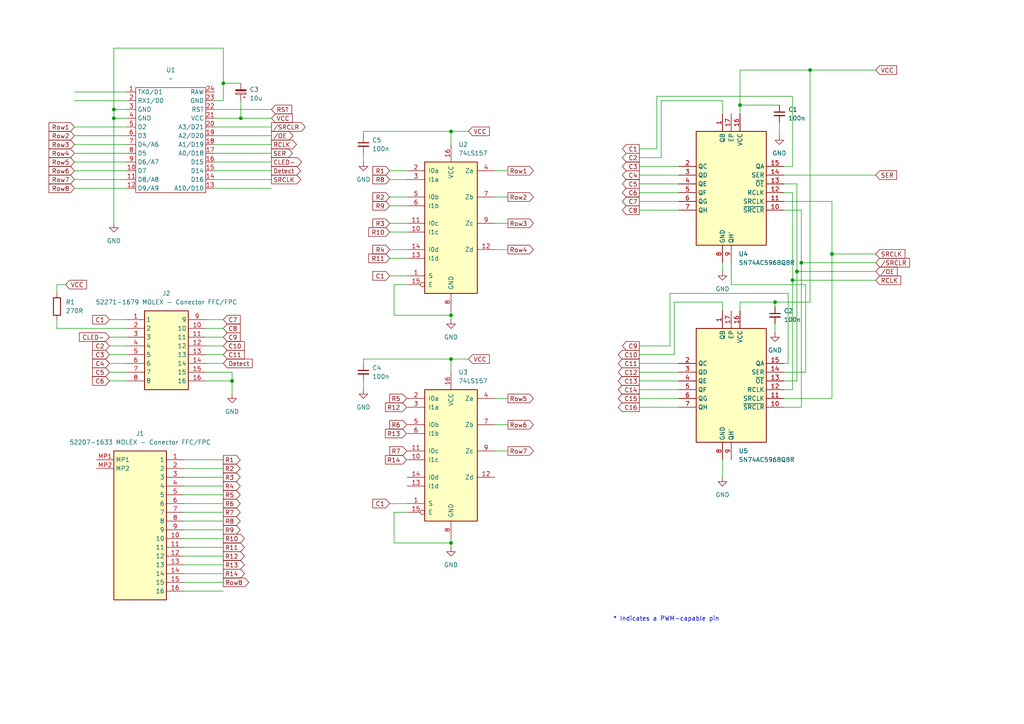
<source format=kicad_sch>
(kicad_sch (version 20250114) (generator "eeschema") (generator_version "9.0")
  (paper "A4")
  (title_block (date "mar. 31 mars 2015"))
  (lib_symbols
    (symbol "1_my_components:52207-1633 MOLEX - Conector FFC/FPC"
      (property "Reference" "J" (at 21.59 7.62 0))
      (property "Value" "52207-1633 MOLEX - Conector FFC/FPC" (at 21.59 5.08 0))
      (symbol "52207-1633 MOLEX - Conector FFC/FPC_1_1"
        (rectangle (start 5.08 2.54) (end 20.32 -40.64) (stroke (width 0.254)) (fill (type background)))
        (pin passive line (at 0 0 0) (length 5.08) (name "MP1") (number "MP1"))
        (pin passive line (at 0 -2.54 0) (length 5.08) (name "MP2") (number "MP2"))
        (pin passive line (at 25.4 0 180) (length 5.08) (name "1") (number "1"))
        (pin passive line (at 25.4 -2.54 180) (length 5.08) (name "2") (number "2"))
        (pin passive line (at 25.4 -5.08 180) (length 5.08) (name "3") (number "3"))
        (pin passive line (at 25.4 -7.62 180) (length 5.08) (name "4") (number "4"))
        (pin passive line (at 25.4 -10.16 180) (length 5.08) (name "5") (number "5"))
        (pin passive line (at 25.4 -12.7 180) (length 5.08) (name "6") (number "6"))
        (pin passive line (at 25.4 -15.24 180) (length 5.08) (name "7") (number "7"))
        (pin passive line (at 25.4 -17.78 180) (length 5.08) (name "8") (number "8"))
        (pin passive line (at 25.4 -20.32 180) (length 5.08) (name "9") (number "9"))
        (pin passive line (at 25.4 -22.86 180) (length 5.08) (name "10") (number "10"))
        (pin passive line (at 25.4 -25.4 180) (length 5.08) (name "11") (number "11"))
        (pin passive line (at 25.4 -27.94 180) (length 5.08) (name "12") (number "12"))
        (pin passive line (at 25.4 -30.48 180) (length 5.08) (name "13") (number "13"))
        (pin passive line (at 25.4 -33.02 180) (length 5.08) (name "14") (number "14"))
        (pin passive line (at 25.4 -35.56 180) (length 5.08) (name "15") (number "15"))
        (pin passive line (at 25.4 -38.1 180) (length 5.08) (name "16") (number "16"))
      )
    )
    (symbol "1_my_components:52271-1679 MOLEX - Conector FFC/FPC"
      (property "Reference" "J" (at 19.05 7.62 0))
      (property "Value" "52271-1679 MOLEX - Conector FFC/FPC" (at 19.05 5.08 0))
      (symbol "52271-1679 MOLEX - Conector FFC/FPC_1_1"
        (rectangle (start 5.08 2.54) (end 17.78 -20.32) (stroke (width 0.254)) (fill (type background)))
        (pin passive line (at 0 0 0) (length 5.08) (name "1") (number "1"))
        (pin passive line (at 0 -2.54 0) (length 5.08) (name "2") (number "2"))
        (pin passive line (at 0 -5.08 0) (length 5.08) (name "3") (number "3"))
        (pin passive line (at 0 -7.62 0) (length 5.08) (name "4") (number "4"))
        (pin passive line (at 0 -10.16 0) (length 5.08) (name "5") (number "5"))
        (pin passive line (at 0 -12.7 0) (length 5.08) (name "6") (number "6"))
        (pin passive line (at 0 -15.24 0) (length 5.08) (name "7") (number "7"))
        (pin passive line (at 0 -17.78 0) (length 5.08) (name "8") (number "8"))
        (pin passive line (at 22.86 0 180) (length 5.08) (name "9") (number "9"))
        (pin passive line (at 22.86 -2.54 180) (length 5.08) (name "10") (number "10"))
        (pin passive line (at 22.86 -5.08 180) (length 5.08) (name "11") (number "11"))
        (pin passive line (at 22.86 -7.62 180) (length 5.08) (name "12") (number "12"))
        (pin passive line (at 22.86 -10.16 180) (length 5.08) (name "13") (number "13"))
        (pin passive line (at 22.86 -12.7 180) (length 5.08) (name "14") (number "14"))
        (pin passive line (at 22.86 -15.24 180) (length 5.08) (name "15") (number "15"))
        (pin passive line (at 22.86 -17.78 180) (length 5.08) (name "16") (number "16"))
      )
    )
    (symbol "1_my_components:Pro_Micro_Leonardo"
      (property "Reference" "U" (at 3.81 8.382 0))
      (symbol "Pro_Micro_Leonardo_0_1"
        (rectangle (start 0 5.08) (end 20.32 -25.4))
      )
      (symbol "Pro_Micro_Leonardo_1_1"
        (pin bidirectional line (at -2.54 3.81 0) (length 2.54) (name "TX0/D1") (number "1"))
        (pin bidirectional line (at -2.54 1.27 0) (length 2.54) (name "RX1/D0") (number "2"))
        (pin power_in line (at -2.54 -1.27 0) (length 2.54) (name "GND") (number "3"))
        (pin power_in line (at -2.54 -3.81 0) (length 2.54) (name "GND") (number "4"))
        (pin bidirectional line (at -2.54 -6.35 0) (length 2.54) (name "D2") (number "5"))
        (pin bidirectional line (at -2.54 -8.89 0) (length 2.54) (name "D3") (number "6"))
        (pin bidirectional line (at -2.54 -11.43 0) (length 2.54) (name "D4/A6") (number "7"))
        (pin bidirectional line (at -2.54 -13.97 0) (length 2.54) (name "D5") (number "8"))
        (pin bidirectional line (at -2.54 -16.51 0) (length 2.54) (name "D6/A7") (number "9"))
        (pin bidirectional line (at -2.54 -19.05 0) (length 2.54) (name "D7") (number "10"))
        (pin bidirectional line (at -2.54 -21.59 0) (length 2.54) (name "D8/A8") (number "11"))
        (pin bidirectional line (at -2.54 -24.13 0) (length 2.54) (name "D9/A9") (number "12"))
        (pin bidirectional line (at 22.86 3.81 180) (length 2.54) (name "RAW") (number "24"))
        (pin power_in line (at 22.86 1.27 180) (length 2.54) (name "GND") (number "23"))
        (pin input line (at 22.86 -1.27 180) (length 2.54) (name "RST") (number "22"))
        (pin power_in line (at 22.86 -3.81 180) (length 2.54) (name "VCC") (number "21"))
        (pin bidirectional line (at 22.86 -6.35 180) (length 2.54) (name "A3/D21") (number "20"))
        (pin bidirectional line (at 22.86 -8.89 180) (length 2.54) (name "A2/D20") (number "19"))
        (pin bidirectional line (at 22.86 -11.43 180) (length 2.54) (name "A1/D19") (number "18"))
        (pin bidirectional line (at 22.86 -13.97 180) (length 2.54) (name "A0/D18") (number "17"))
        (pin bidirectional line (at 22.86 -16.51 180) (length 2.54) (name "D15") (number "16"))
        (pin bidirectional line (at 22.86 -19.05 180) (length 2.54) (name "D14") (number "15"))
        (pin bidirectional line (at 22.86 -21.59 180) (length 2.54) (name "D16") (number "14"))
        (pin bidirectional line (at 22.86 -24.13 180) (length 2.54) (name "A10/D10") (number "13"))
      )
    )
    (symbol "1_my_components:SN74AC596BQBR"
      (property "Reference" "IC" (at 26.67 15.24 0))
      (property "Value" "SN74AC596BQBR" (at 26.67 12.7 0))
      (symbol "SN74AC596BQBR_1_1"
        (rectangle (start 5.08 10.16) (end 25.4 -22.86) (stroke (width 0.254)) (fill (type background)))
        (pin passive line (at 0 0 0) (length 5.08) (name "QC") (number "2"))
        (pin passive line (at 0 -2.54 0) (length 5.08) (name "QD") (number "3"))
        (pin passive line (at 0 -5.08 0) (length 5.08) (name "QE") (number "4"))
        (pin passive line (at 0 -7.62 0) (length 5.08) (name "QF") (number "5"))
        (pin passive line (at 0 -10.16 0) (length 5.08) (name "QG") (number "6"))
        (pin passive line (at 0 -12.7 0) (length 5.08) (name "QH") (number "7"))
        (pin passive line (at 12.7 15.24 270) (length 5.08) (name "QB") (number "1"))
        (pin passive line (at 12.7 -27.94 90) (length 5.08) (name "GND") (number "8"))
        (pin passive line (at 15.24 15.24 270) (length 5.08) (name "EP") (number "17"))
        (pin passive line (at 15.24 -27.94 90) (length 5.08) (name "QH'") (number "9"))
        (pin passive line (at 17.78 15.24 270) (length 5.08) (name "VCC") (number "16"))
        (pin passive line (at 30.48 0 180) (length 5.08) (name "QA") (number "15"))
        (pin passive line (at 30.48 -2.54 180) (length 5.08) (name "SER") (number "14"))
        (pin passive line (at 30.48 -5.08 180) (length 5.08) (name "~{OE}") (number "13"))
        (pin passive line (at 30.48 -7.62 180) (length 5.08) (name "RCLK") (number "12"))
        (pin passive line (at 30.48 -10.16 180) (length 5.08) (name "SRCLK") (number "11"))
        (pin passive line (at 30.48 -12.7 180) (length 5.08) (name "~{SRCLR}") (number "10"))
      )
    )
    (symbol "74xx:74LS157" (pin_names (offset 1.016))
      (property "Reference" "U" (at -7.62 19.05 0))
      (property "Value" "74LS157" (at -7.62 -21.59 0))
      (symbol "74LS157_1_0"
        (pin input line (at -12.7 15.24 0) (length 5.08) (name "I0a") (number "2"))
        (pin input line (at -12.7 12.7 0) (length 5.08) (name "I1a") (number "3"))
        (pin input line (at -12.7 7.62 0) (length 5.08) (name "I0b") (number "5"))
        (pin input line (at -12.7 5.08 0) (length 5.08) (name "I1b") (number "6"))
        (pin input line (at -12.7 0 0) (length 5.08) (name "I0c") (number "11"))
        (pin input line (at -12.7 -2.54 0) (length 5.08) (name "I1c") (number "10"))
        (pin input line (at -12.7 -7.62 0) (length 5.08) (name "I0d") (number "14"))
        (pin input line (at -12.7 -10.16 0) (length 5.08) (name "I1d") (number "13"))
        (pin input line (at -12.7 -15.24 0) (length 5.08) (name "S") (number "1"))
        (pin input inverted (at -12.7 -17.78 0) (length 5.08) (name "E") (number "15"))
        (pin power_in line (at 0 22.86 270) (length 5.08) (name "VCC") (number "16"))
        (pin power_in line (at 0 -25.4 90) (length 5.08) (name "GND") (number "8"))
        (pin output line (at 12.7 15.24 180) (length 5.08) (name "Za") (number "4"))
        (pin output line (at 12.7 7.62 180) (length 5.08) (name "Zb") (number "7"))
        (pin output line (at 12.7 0 180) (length 5.08) (name "Zc") (number "9"))
        (pin output line (at 12.7 -7.62 180) (length 5.08) (name "Zd") (number "12"))
      )
      (symbol "74LS157_1_1"
        (rectangle (start -7.62 17.78) (end 7.62 -20.32) (stroke (width 0.254)) (fill (type background)))
      )
    )
    (symbol "Device:C_Polarized_Small" (pin_numbers (hide yes)) (pin_names (offset 0.254) (hide yes))
      (property "Reference" "C" (at 0.254 1.778 0))
      (property "Value" "C_Polarized_Small" (at 0.254 -2.032 0))
      (symbol "C_Polarized_Small_0_1"
        (rectangle (start -1.524 0.6858) (end 1.524 0.3048))
        (rectangle (start -1.524 -0.3048) (end 1.524 -0.6858) (fill (type outline)))
        (polyline (pts (xy -1.27 1.524) (xy -0.762 1.524)))
        (polyline (pts (xy -1.016 1.27) (xy -1.016 1.778)))
      )
      (symbol "C_Polarized_Small_1_1"
        (pin passive line (at 0 2.54 270) (length 1.8542) (name "~") (number "1"))
        (pin passive line (at 0 -2.54 90) (length 1.8542) (name "~") (number "2"))
      )
    )
    (symbol "Device:C_Small" (pin_numbers (hide yes)) (pin_names (offset 0.254) (hide yes))
      (property "Reference" "C" (at 0.254 1.778 0))
      (property "Value" "C_Small" (at 0.254 -2.032 0))
      (symbol "C_Small_0_1"
        (polyline (pts (xy -1.524 0.508) (xy 1.524 0.508)) (stroke (width 0.3048)))
        (polyline (pts (xy -1.524 -0.508) (xy 1.524 -0.508)) (stroke (width 0.3302)))
      )
      (symbol "C_Small_1_1"
        (pin passive line (at 0 2.54 270) (length 2.032) (name "~") (number "1"))
        (pin passive line (at 0 -2.54 90) (length 2.032) (name "~") (number "2"))
      )
    )
    (symbol "Device:R" (pin_numbers (hide yes)) (pin_names (offset 0))
      (property "Reference" "R" (at 2.032 0 90))
      (property "Value" "R" (at 0 0 90))
      (symbol "R_0_1"
        (rectangle (start -1.016 -2.54) (end 1.016 2.54) (stroke (width 0.254)))
      )
      (symbol "R_1_1"
        (pin passive line (at 0 3.81 270) (length 1.27) (name "~") (number "1"))
        (pin passive line (at 0 -3.81 90) (length 1.27) (name "~") (number "2"))
      )
    )
    (symbol "power:GND" (power) (pin_numbers (hide yes)) (pin_names (offset 0) (hide yes))
      (property "Value" "GND" (at 0 -3.81 0))
      (symbol "GND_0_1"
        (polyline (pts (xy 0 0) (xy 0 -1.27) (xy 1.27 -1.27) (xy 0 -2.54) (xy -1.27 -1.27) (xy 0 -1.27)))
      )
      (symbol "GND_1_1"
        (pin power_in line (at 0 0 270) (length 0) (name "~") (number "1"))
      )
    )
  )
  (text "* Indicates a PWM-capable pin" (at 177.8 180.34 0) (effects (font (size 1.27 1.27)) (justify left bottom)))
  (junction (at 33.02 31.75))
  (junction (at 231.14 78.74))
  (junction (at 232.41 76.2))
  (junction (at 67.31 110.49))
  (junction (at 64.77 24.13))
  (junction (at 130.81 91.44))
  (junction (at 69.85 34.29))
  (junction (at 224.79 87.63))
  (junction (at 130.81 38.1))
  (junction (at 214.63 30.48))
  (junction (at 130.81 157.48))
  (junction (at 241.3 73.66))
  (junction (at 234.95 20.32))
  (junction (at 229.87 81.28))
  (junction (at 33.02 34.29))
  (junction (at 130.81 104.14))
  (wire (pts (xy 209.55 87.63) (xy 195.58 87.63)))
  (wire (pts (xy 143.51 130.81) (xy 147.32 130.81)))
  (wire (pts (xy 241.3 73.66) (xy 254 73.66)))
  (wire (pts (xy 36.83 31.75) (xy 33.02 31.75)))
  (wire (pts (xy 190.5 27.94) (xy 190.5 43.18)))
  (wire (pts (xy 31.75 107.95) (xy 36.83 107.95)))
  (wire (pts (xy 229.87 48.26) (xy 229.87 27.94)))
  (wire (pts (xy 232.41 118.11) (xy 227.33 118.11)))
  (wire (pts (xy 114.3 91.44) (xy 130.81 91.44)))
  (wire (pts (xy 185.42 43.18) (xy 190.5 43.18)))
  (wire (pts (xy 226.06 35.56) (xy 226.06 39.37)))
  (wire (pts (xy 62.23 39.37) (xy 78.74 39.37)))
  (wire (pts (xy 241.3 58.42) (xy 241.3 73.66)))
  (wire (pts (xy 229.87 113.03) (xy 227.33 113.03)))
  (wire (pts (xy 21.59 29.21) (xy 36.83 29.21)))
  (wire (pts (xy 214.63 20.32) (xy 234.95 20.32)))
  (wire (pts (xy 209.55 133.35) (xy 209.55 138.43)))
  (wire (pts (xy 118.11 82.55) (xy 114.3 82.55)))
  (wire (pts (xy 209.55 33.02) (xy 209.55 29.21)))
  (wire (pts (xy 113.03 59.69) (xy 118.11 59.69)))
  (wire (pts (xy 234.95 20.32) (xy 254 20.32)))
  (wire (pts (xy 105.41 104.14) (xy 105.41 105.41)))
  (wire (pts (xy 214.63 90.17) (xy 214.63 87.63)))
  (wire (pts (xy 135.89 38.1) (xy 130.81 38.1)))
  (wire (pts (xy 241.3 73.66) (xy 241.3 115.57)))
  (wire (pts (xy 209.55 29.21) (xy 191.77 29.21)))
  (wire (pts (xy 105.41 44.45) (xy 105.41 46.99)))
  (wire (pts (xy 113.03 52.07) (xy 118.11 52.07)))
  (wire (pts (xy 62.23 29.21) (xy 64.77 29.21)))
  (wire (pts (xy 59.69 107.95) (xy 67.31 107.95)))
  (wire (pts (xy 21.59 36.83) (xy 36.83 36.83)))
  (wire (pts (xy 130.81 157.48) (xy 130.81 158.75)))
  (wire (pts (xy 33.02 13.97) (xy 33.02 31.75)))
  (wire (pts (xy 212.09 82.55) (xy 212.09 76.2)))
  (wire (pts (xy 59.69 105.41) (xy 64.77 105.41)))
  (wire (pts (xy 113.03 57.15) (xy 118.11 57.15)))
  (wire (pts (xy 53.34 140.97) (xy 64.77 140.97)))
  (wire (pts (xy 69.85 34.29) (xy 78.74 34.29)))
  (wire (pts (xy 62.23 46.99) (xy 78.74 46.99)))
  (wire (pts (xy 185.42 113.03) (xy 196.85 113.03)))
  (wire (pts (xy 105.41 104.14) (xy 130.81 104.14)))
  (wire (pts (xy 59.69 92.71) (xy 64.77 92.71)))
  (wire (pts (xy 62.23 31.75) (xy 78.74 31.75)))
  (wire (pts (xy 105.41 38.1) (xy 130.81 38.1)))
  (wire (pts (xy 21.59 49.53) (xy 36.83 49.53)))
  (wire (pts (xy 231.14 53.34) (xy 231.14 78.74)))
  (wire (pts (xy 214.63 33.02) (xy 214.63 30.48)))
  (wire (pts (xy 62.23 44.45) (xy 78.74 44.45)))
  (wire (pts (xy 185.42 60.96) (xy 196.85 60.96)))
  (wire (pts (xy 67.31 107.95) (xy 67.31 110.49)))
  (wire (pts (xy 53.34 171.45) (xy 64.77 171.45)))
  (wire (pts (xy 114.3 82.55) (xy 114.3 91.44)))
  (wire (pts (xy 229.87 81.28) (xy 229.87 113.03)))
  (wire (pts (xy 31.75 105.41) (xy 36.83 105.41)))
  (wire (pts (xy 191.77 29.21) (xy 191.77 45.72)))
  (wire (pts (xy 130.81 91.44) (xy 130.81 92.71)))
  (wire (pts (xy 214.63 30.48) (xy 214.63 20.32)))
  (wire (pts (xy 224.79 93.98) (xy 224.79 96.52)))
  (wire (pts (xy 228.6 105.41) (xy 228.6 85.09)))
  (wire (pts (xy 53.34 161.29) (xy 64.77 161.29)))
  (wire (pts (xy 227.33 55.88) (xy 229.87 55.88)))
  (wire (pts (xy 113.03 64.77) (xy 118.11 64.77)))
  (wire (pts (xy 33.02 31.75) (xy 33.02 34.29)))
  (wire (pts (xy 185.42 48.26) (xy 196.85 48.26)))
  (wire (pts (xy 53.34 158.75) (xy 64.77 158.75)))
  (wire (pts (xy 185.42 53.34) (xy 196.85 53.34)))
  (wire (pts (xy 229.87 55.88) (xy 229.87 81.28)))
  (wire (pts (xy 114.3 157.48) (xy 130.81 157.48)))
  (wire (pts (xy 234.95 20.32) (xy 234.95 87.63)))
  (wire (pts (xy 143.51 57.15) (xy 147.32 57.15)))
  (wire (pts (xy 33.02 34.29) (xy 36.83 34.29)))
  (wire (pts (xy 53.34 163.83) (xy 64.77 163.83)))
  (wire (pts (xy 143.51 115.57) (xy 147.32 115.57)))
  (wire (pts (xy 21.59 46.99) (xy 36.83 46.99)))
  (wire (pts (xy 232.41 76.2) (xy 232.41 118.11)))
  (wire (pts (xy 143.51 64.77) (xy 147.32 64.77)))
  (wire (pts (xy 113.03 67.31) (xy 118.11 67.31)))
  (wire (pts (xy 53.34 156.21) (xy 64.77 156.21)))
  (wire (pts (xy 229.87 27.94) (xy 190.5 27.94)))
  (wire (pts (xy 53.34 146.05) (xy 64.77 146.05)))
  (wire (pts (xy 53.34 168.91) (xy 64.77 168.91)))
  (wire (pts (xy 21.59 52.07) (xy 36.83 52.07)))
  (wire (pts (xy 147.32 49.53) (xy 143.51 49.53)))
  (wire (pts (xy 62.23 34.29) (xy 69.85 34.29)))
  (wire (pts (xy 224.79 87.63) (xy 224.79 88.9)))
  (wire (pts (xy 227.33 115.57) (xy 241.3 115.57)))
  (wire (pts (xy 231.14 110.49) (xy 227.33 110.49)))
  (wire (pts (xy 185.42 58.42) (xy 196.85 58.42)))
  (wire (pts (xy 64.77 29.21) (xy 64.77 24.13)))
  (wire (pts (xy 53.34 153.67) (xy 64.77 153.67)))
  (wire (pts (xy 31.75 92.71) (xy 36.83 92.71)))
  (wire (pts (xy 185.42 45.72) (xy 191.77 45.72)))
  (wire (pts (xy 53.34 138.43) (xy 64.77 138.43)))
  (wire (pts (xy 185.42 110.49) (xy 196.85 110.49)))
  (wire (pts (xy 53.34 135.89) (xy 64.77 135.89)))
  (wire (pts (xy 195.58 87.63) (xy 195.58 102.87)))
  (wire (pts (xy 185.42 50.8) (xy 196.85 50.8)))
  (wire (pts (xy 53.34 143.51) (xy 64.77 143.51)))
  (wire (pts (xy 113.03 146.05) (xy 118.11 146.05)))
  (wire (pts (xy 114.3 148.59) (xy 114.3 157.48)))
  (wire (pts (xy 185.42 102.87) (xy 195.58 102.87)))
  (wire (pts (xy 228.6 85.09) (xy 194.31 85.09)))
  (wire (pts (xy 118.11 148.59) (xy 114.3 148.59)))
  (wire (pts (xy 21.59 26.67) (xy 36.83 26.67)))
  (wire (pts (xy 21.59 39.37) (xy 36.83 39.37)))
  (wire (pts (xy 214.63 87.63) (xy 224.79 87.63)))
  (wire (pts (xy 59.69 95.25) (xy 64.77 95.25)))
  (wire (pts (xy 130.81 38.1) (xy 130.81 41.91)))
  (wire (pts (xy 113.03 74.93) (xy 118.11 74.93)))
  (wire (pts (xy 16.51 82.55) (xy 16.51 85.09)))
  (wire (pts (xy 69.85 29.21) (xy 69.85 34.29)))
  (wire (pts (xy 59.69 102.87) (xy 64.77 102.87)))
  (wire (pts (xy 185.42 55.88) (xy 196.85 55.88)))
  (wire (pts (xy 62.23 36.83) (xy 78.74 36.83)))
  (wire (pts (xy 143.51 72.39) (xy 147.32 72.39)))
  (wire (pts (xy 185.42 118.11) (xy 196.85 118.11)))
  (wire (pts (xy 21.59 54.61) (xy 36.83 54.61)))
  (wire (pts (xy 185.42 107.95) (xy 196.85 107.95)))
  (wire (pts (xy 229.87 81.28) (xy 254 81.28)))
  (wire (pts (xy 228.6 105.41) (xy 227.33 105.41)))
  (wire (pts (xy 33.02 34.29) (xy 33.02 64.77)))
  (wire (pts (xy 67.31 110.49) (xy 67.31 114.3)))
  (wire (pts (xy 130.81 104.14) (xy 130.81 107.95)))
  (wire (pts (xy 36.83 95.25) (xy 16.51 95.25)))
  (wire (pts (xy 53.34 151.13) (xy 64.77 151.13)))
  (wire (pts (xy 59.69 110.49) (xy 67.31 110.49)))
  (wire (pts (xy 224.79 87.63) (xy 234.95 87.63)))
  (wire (pts (xy 227.33 50.8) (xy 254 50.8)))
  (wire (pts (xy 233.68 82.55) (xy 233.68 107.95)))
  (wire (pts (xy 227.33 48.26) (xy 229.87 48.26)))
  (wire (pts (xy 31.75 102.87) (xy 36.83 102.87)))
  (wire (pts (xy 113.03 72.39) (xy 118.11 72.39)))
  (wire (pts (xy 194.31 85.09) (xy 194.31 100.33)))
  (wire (pts (xy 233.68 107.95) (xy 227.33 107.95)))
  (wire (pts (xy 185.42 100.33) (xy 194.31 100.33)))
  (wire (pts (xy 16.51 95.25) (xy 16.51 92.71)))
  (wire (pts (xy 31.75 97.79) (xy 36.83 97.79)))
  (wire (pts (xy 214.63 30.48) (xy 226.06 30.48)))
  (wire (pts (xy 21.59 41.91) (xy 36.83 41.91)))
  (wire (pts (xy 64.77 24.13) (xy 64.77 13.97)))
  (wire (pts (xy 53.34 166.37) (xy 64.77 166.37)))
  (wire (pts (xy 232.41 60.96) (xy 232.41 76.2)))
  (wire (pts (xy 209.55 76.2) (xy 209.55 78.74)))
  (wire (pts (xy 62.23 54.61) (xy 78.74 54.61)))
  (wire (pts (xy 64.77 24.13) (xy 69.85 24.13)))
  (wire (pts (xy 241.3 58.42) (xy 227.33 58.42)))
  (wire (pts (xy 232.41 76.2) (xy 254 76.2)))
  (wire (pts (xy 59.69 97.79) (xy 64.77 97.79)))
  (wire (pts (xy 62.23 49.53) (xy 78.74 49.53)))
  (wire (pts (xy 53.34 148.59) (xy 64.77 148.59)))
  (wire (pts (xy 59.69 100.33) (xy 64.77 100.33)))
  (wire (pts (xy 105.41 38.1) (xy 105.41 39.37)))
  (wire (pts (xy 21.59 44.45) (xy 36.83 44.45)))
  (wire (pts (xy 185.42 105.41) (xy 196.85 105.41)))
  (wire (pts (xy 113.03 80.01) (xy 118.11 80.01)))
  (wire (pts (xy 231.14 78.74) (xy 254 78.74)))
  (wire (pts (xy 227.33 53.34) (xy 231.14 53.34)))
  (wire (pts (xy 135.89 104.14) (xy 130.81 104.14)))
  (wire (pts (xy 62.23 41.91) (xy 78.74 41.91)))
  (wire (pts (xy 113.03 49.53) (xy 118.11 49.53)))
  (wire (pts (xy 227.33 60.96) (xy 232.41 60.96)))
  (wire (pts (xy 209.55 90.17) (xy 209.55 87.63)))
  (wire (pts (xy 185.42 115.57) (xy 196.85 115.57)))
  (wire (pts (xy 143.51 123.19) (xy 147.32 123.19)))
  (wire (pts (xy 33.02 13.97) (xy 64.77 13.97)))
  (wire (pts (xy 130.81 90.17) (xy 130.81 91.44)))
  (wire (pts (xy 31.75 110.49) (xy 36.83 110.49)))
  (wire (pts (xy 53.34 133.35) (xy 64.77 133.35)))
  (wire (pts (xy 212.09 82.55) (xy 233.68 82.55)))
  (wire (pts (xy 105.41 110.49) (xy 105.41 113.03)))
  (wire (pts (xy 130.81 156.21) (xy 130.81 157.48)))
  (wire (pts (xy 62.23 52.07) (xy 78.74 52.07)))
  (wire (pts (xy 231.14 78.74) (xy 231.14 110.49)))
  (wire (pts (xy 19.05 82.55) (xy 16.51 82.55)))
  (wire (pts (xy 31.75 100.33) (xy 36.83 100.33)))
  (global_label "Row4" (shape output) (at 147.32 72.39 0) (property "Intersheetrefs" "${INTERSHEET_REFS}" (effects (hide yes))))
  (global_label "Detect" (shape input) (at 64.77 105.41 0) (property "Intersheetrefs" "${INTERSHEET_REFS}" (effects (hide yes))))
  (global_label "Row2" (shape output) (at 147.32 57.15 0) (property "Intersheetrefs" "${INTERSHEET_REFS}" (effects (hide yes))))
  (global_label "C2" (shape input) (at 31.75 100.33 180) (property "Intersheetrefs" "${INTERSHEET_REFS}" (effects (hide yes))))
  (global_label "R6" (shape output) (at 113.03 123.19 0) (property "Intersheetrefs" "${INTERSHEET_REFS}" (effects (hide yes))))
  (global_label "{slash}SRCLR" (shape output) (at 78.74 36.83 0) (property "Intersheetrefs" "${INTERSHEET_REFS}" (effects (hide yes))))
  (global_label "Row2" (shape input) (at 21.59 39.37 180) (property "Intersheetrefs" "${INTERSHEET_REFS}" (effects (hide yes))))
  (global_label "R2" (shape input) (at 113.03 57.15 180) (property "Intersheetrefs" "${INTERSHEET_REFS}" (effects (hide yes))))
  (global_label "C12" (shape output) (at 185.42 107.95 180) (property "Intersheetrefs" "${INTERSHEET_REFS}" (effects (hide yes))))
  (global_label "C3" (shape input) (at 31.75 102.87 180) (property "Intersheetrefs" "${INTERSHEET_REFS}" (effects (hide yes))))
  (global_label "Row3" (shape input) (at 21.59 41.91 180) (property "Intersheetrefs" "${INTERSHEET_REFS}" (effects (hide yes))))
  (global_label "C1" (shape output) (at 185.42 43.18 180) (property "Intersheetrefs" "${INTERSHEET_REFS}" (effects (hide yes))))
  (global_label "Detect" (shape output) (at 78.74 49.53 0) (property "Intersheetrefs" "${INTERSHEET_REFS}" (effects (hide yes))))
  (global_label "C10" (shape input) (at 64.77 100.33 0) (property "Intersheetrefs" "${INTERSHEET_REFS}" (effects (hide yes))))
  (global_label "VCC" (shape input) (at 19.05 82.55 0) (property "Intersheetrefs" "${INTERSHEET_REFS}" (effects (hide yes))))
  (global_label "RST" (shape input) (at 78.74 31.75 0) (property "Intersheetrefs" "${INTERSHEET_REFS}" (effects (hide yes))))
  (global_label "R1" (shape input) (at 113.03 49.53 180) (property "Intersheetrefs" "${INTERSHEET_REFS}" (effects (hide yes))))
  (global_label "C5" (shape output) (at 185.42 53.34 180) (property "Intersheetrefs" "${INTERSHEET_REFS}" (effects (hide yes))))
  (global_label "C4" (shape input) (at 31.75 105.41 180) (property "Intersheetrefs" "${INTERSHEET_REFS}" (effects (hide yes))))
  (global_label "R10" (shape output) (at 64.77 156.21 0) (property "Intersheetrefs" "${INTERSHEET_REFS}" (effects (hide yes))))
  (global_label "R14" (shape output) (at 64.77 166.37 0) (property "Intersheetrefs" "${INTERSHEET_REFS}" (effects (hide yes))))
  (global_label "Row1" (shape output) (at 147.32 49.53 0) (property "Intersheetrefs" "${INTERSHEET_REFS}" (effects (hide yes))))
  (global_label "Row6" (shape output) (at 147.32 123.19 0) (property "Intersheetrefs" "${INTERSHEET_REFS}" (effects (hide yes))))
  (global_label "CLED-" (shape output) (at 78.74 46.99 0) (property "Intersheetrefs" "${INTERSHEET_REFS}" (effects (hide yes))))
  (global_label "R9" (shape output) (at 64.77 153.67 0) (property "Intersheetrefs" "${INTERSHEET_REFS}" (effects (hide yes))))
  (global_label "C9" (shape input) (at 64.77 97.79 0) (property "Intersheetrefs" "${INTERSHEET_REFS}" (effects (hide yes))))
  (global_label "VCC" (shape input) (at 135.89 104.14 0) (property "Intersheetrefs" "${INTERSHEET_REFS}" (effects (hide yes))))
  (global_label "R8" (shape input) (at 113.03 52.07 180) (property "Intersheetrefs" "${INTERSHEET_REFS}" (effects (hide yes))))
  (global_label "C3" (shape output) (at 185.42 48.26 180) (property "Intersheetrefs" "${INTERSHEET_REFS}" (effects (hide yes))))
  (global_label "C8" (shape output) (at 185.42 60.96 180) (property "Intersheetrefs" "${INTERSHEET_REFS}" (effects (hide yes))))
  (global_label "R12" (shape output) (at 111.76 118.11 0) (property "Intersheetrefs" "${INTERSHEET_REFS}" (effects (hide yes))))
  (global_label "Row1" (shape input) (at 21.59 36.83 180) (property "Intersheetrefs" "${INTERSHEET_REFS}" (effects (hide yes))))
  (global_label "R8" (shape output) (at 64.77 151.13 0) (property "Intersheetrefs" "${INTERSHEET_REFS}" (effects (hide yes))))
  (global_label "{slash}SRCLR" (shape input) (at 254 76.2 0) (property "Intersheetrefs" "${INTERSHEET_REFS}" (effects (hide yes))))
  (global_label "R1" (shape output) (at 64.77 133.35 0) (property "Intersheetrefs" "${INTERSHEET_REFS}" (effects (hide yes))))
  (global_label "C11" (shape input) (at 64.77 102.87 0) (property "Intersheetrefs" "${INTERSHEET_REFS}" (effects (hide yes))))
  (global_label "R13" (shape output) (at 111.76 125.73 0) (property "Intersheetrefs" "${INTERSHEET_REFS}" (effects (hide yes))))
  (global_label "C9" (shape output) (at 185.42 100.33 180) (property "Intersheetrefs" "${INTERSHEET_REFS}" (effects (hide yes))))
  (global_label "C1" (shape input) (at 113.03 80.01 180) (property "Intersheetrefs" "${INTERSHEET_REFS}" (effects (hide yes))))
  (global_label "C5" (shape input) (at 31.75 107.95 180) (property "Intersheetrefs" "${INTERSHEET_REFS}" (effects (hide yes))))
  (global_label "R11" (shape output) (at 64.77 158.75 0) (property "Intersheetrefs" "${INTERSHEET_REFS}" (effects (hide yes))))
  (global_label "R10" (shape input) (at 113.03 67.31 180) (property "Intersheetrefs" "${INTERSHEET_REFS}" (effects (hide yes))))
  (global_label "Row4" (shape input) (at 21.59 44.45 180) (property "Intersheetrefs" "${INTERSHEET_REFS}" (effects (hide yes))))
  (global_label "C15" (shape output) (at 185.42 115.57 180) (property "Intersheetrefs" "${INTERSHEET_REFS}" (effects (hide yes))))
  (global_label "R7" (shape output) (at 64.77 148.59 0) (property "Intersheetrefs" "${INTERSHEET_REFS}" (effects (hide yes))))
  (global_label "R7" (shape output) (at 113.03 130.81 0) (property "Intersheetrefs" "${INTERSHEET_REFS}" (effects (hide yes))))
  (global_label "C8" (shape input) (at 64.77 95.25 0) (property "Intersheetrefs" "${INTERSHEET_REFS}" (effects (hide yes))))
  (global_label "Row6" (shape input) (at 21.59 49.53 180) (property "Intersheetrefs" "${INTERSHEET_REFS}" (effects (hide yes))))
  (global_label "R3" (shape output) (at 64.77 138.43 0) (property "Intersheetrefs" "${INTERSHEET_REFS}" (effects (hide yes))))
  (global_label "C1" (shape input) (at 113.03 146.05 180) (property "Intersheetrefs" "${INTERSHEET_REFS}" (effects (hide yes))))
  (global_label "C6" (shape input) (at 31.75 110.49 180) (property "Intersheetrefs" "${INTERSHEET_REFS}" (effects (hide yes))))
  (global_label "C14" (shape output) (at 185.42 113.03 180) (property "Intersheetrefs" "${INTERSHEET_REFS}" (effects (hide yes))))
  (global_label "SRCLK" (shape output) (at 78.74 52.07 0) (property "Intersheetrefs" "${INTERSHEET_REFS}" (effects (hide yes))))
  (global_label "R4" (shape input) (at 113.03 72.39 180) (property "Intersheetrefs" "${INTERSHEET_REFS}" (effects (hide yes))))
  (global_label "R6" (shape output) (at 64.77 146.05 0) (property "Intersheetrefs" "${INTERSHEET_REFS}" (effects (hide yes))))
  (global_label "R14" (shape output) (at 111.76 133.35 0) (property "Intersheetrefs" "${INTERSHEET_REFS}" (effects (hide yes))))
  (global_label "Row5" (shape input) (at 21.59 46.99 180) (property "Intersheetrefs" "${INTERSHEET_REFS}" (effects (hide yes))))
  (global_label "Row7" (shape output) (at 147.32 130.81 0) (property "Intersheetrefs" "${INTERSHEET_REFS}" (effects (hide yes))))
  (global_label "Row5" (shape output) (at 147.32 115.57 0) (property "Intersheetrefs" "${INTERSHEET_REFS}" (effects (hide yes))))
  (global_label "RCLK" (shape output) (at 78.74 41.91 0) (property "Intersheetrefs" "${INTERSHEET_REFS}" (effects (hide yes))))
  (global_label "VCC" (shape input) (at 254 20.32 0) (property "Intersheetrefs" "${INTERSHEET_REFS}" (effects (hide yes))))
  (global_label "SER" (shape input) (at 254 50.8 0) (property "Intersheetrefs" "${INTERSHEET_REFS}" (effects (hide yes))))
  (global_label "R9" (shape input) (at 113.03 59.69 180) (property "Intersheetrefs" "${INTERSHEET_REFS}" (effects (hide yes))))
  (global_label "VCC" (shape input) (at 78.74 34.29 0) (property "Intersheetrefs" "${INTERSHEET_REFS}" (effects (hide yes))))
  (global_label "Row8" (shape input) (at 21.59 54.61 180) (property "Intersheetrefs" "${INTERSHEET_REFS}" (effects (hide yes))))
  (global_label "Row8" (shape output) (at 64.77 168.91 0) (property "Intersheetrefs" "${INTERSHEET_REFS}" (effects (hide yes))))
  (global_label "C7" (shape input) (at 64.77 92.71 0) (property "Intersheetrefs" "${INTERSHEET_REFS}" (effects (hide yes))))
  (global_label "C1" (shape input) (at 31.75 92.71 180) (property "Intersheetrefs" "${INTERSHEET_REFS}" (effects (hide yes))))
  (global_label "C7" (shape output) (at 185.42 58.42 180) (property "Intersheetrefs" "${INTERSHEET_REFS}" (effects (hide yes))))
  (global_label "R4" (shape output) (at 64.77 140.97 0) (property "Intersheetrefs" "${INTERSHEET_REFS}" (effects (hide yes))))
  (global_label "Row3" (shape output) (at 147.32 64.77 0) (property "Intersheetrefs" "${INTERSHEET_REFS}" (effects (hide yes))))
  (global_label "C4" (shape output) (at 185.42 50.8 180) (property "Intersheetrefs" "${INTERSHEET_REFS}" (effects (hide yes))))
  (global_label "R5" (shape output) (at 64.77 143.51 0) (property "Intersheetrefs" "${INTERSHEET_REFS}" (effects (hide yes))))
  (global_label "{slash}OE" (shape input) (at 254 78.74 0) (property "Intersheetrefs" "${INTERSHEET_REFS}" (effects (hide yes))))
  (global_label "C16" (shape output) (at 185.42 118.11 180) (property "Intersheetrefs" "${INTERSHEET_REFS}" (effects (hide yes))))
  (global_label "C2" (shape output) (at 185.42 45.72 180) (property "Intersheetrefs" "${INTERSHEET_REFS}" (effects (hide yes))))
  (global_label "VCC" (shape input) (at 135.89 38.1 0) (property "Intersheetrefs" "${INTERSHEET_REFS}" (effects (hide yes))))
  (global_label "R11" (shape input) (at 113.03 74.93 180) (property "Intersheetrefs" "${INTERSHEET_REFS}" (effects (hide yes))))
  (global_label "RCLK" (shape input) (at 254 81.28 0) (property "Intersheetrefs" "${INTERSHEET_REFS}" (effects (hide yes))))
  (global_label "CLED-" (shape input) (at 31.75 97.79 180) (property "Intersheetrefs" "${INTERSHEET_REFS}" (effects (hide yes))))
  (global_label "C11" (shape output) (at 185.42 105.41 180) (property "Intersheetrefs" "${INTERSHEET_REFS}" (effects (hide yes))))
  (global_label "{slash}OE" (shape output) (at 78.74 39.37 0) (property "Intersheetrefs" "${INTERSHEET_REFS}" (effects (hide yes))))
  (global_label "R5" (shape output) (at 113.03 115.57 0) (property "Intersheetrefs" "${INTERSHEET_REFS}" (effects (hide yes))))
  (global_label "C13" (shape output) (at 185.42 110.49 180) (property "Intersheetrefs" "${INTERSHEET_REFS}" (effects (hide yes))))
  (global_label "C6" (shape output) (at 185.42 55.88 180) (property "Intersheetrefs" "${INTERSHEET_REFS}" (effects (hide yes))))
  (global_label "C10" (shape output) (at 185.42 102.87 180) (property "Intersheetrefs" "${INTERSHEET_REFS}" (effects (hide yes))))
  (global_label "R13" (shape output) (at 64.77 163.83 0) (property "Intersheetrefs" "${INTERSHEET_REFS}" (effects (hide yes))))
  (global_label "SER" (shape output) (at 78.74 44.45 0) (property "Intersheetrefs" "${INTERSHEET_REFS}" (effects (hide yes))))
  (global_label "R3" (shape input) (at 113.03 64.77 180) (property "Intersheetrefs" "${INTERSHEET_REFS}" (effects (hide yes))))
  (global_label "R2" (shape output) (at 64.77 135.89 0) (property "Intersheetrefs" "${INTERSHEET_REFS}" (effects (hide yes))))
  (global_label "SRCLK" (shape input) (at 254 73.66 0) (property "Intersheetrefs" "${INTERSHEET_REFS}" (effects (hide yes))))
  (global_label "R12" (shape output) (at 64.77 161.29 0) (property "Intersheetrefs" "${INTERSHEET_REFS}" (effects (hide yes))))
  (global_label "Row7" (shape input) (at 21.59 52.07 180) (property "Intersheetrefs" "${INTERSHEET_REFS}" (effects (hide yes))))
  (symbol (lib_id "Device:C_Small") (at 105.41 107.95 0) (unit 1)
    (property "Reference" "C4" (at 107.95 106.6862 0) (effects (justify left)))
    (property "Value" "100n" (at 107.95 109.2262 0) (effects (justify left)))
    (property "Footprint" "Capacitor_THT:C_Disc_D5.0mm_W2.5mm_P2.50mm" (effects (hide yes)))
    (property "Description" "Unpolarized capacitor, small symbol" (effects (hide yes)))
  )
  (symbol (lib_id "Device:C_Small") (at 224.79 91.44 0) (unit 1)
    (property "Reference" "C2" (at 227.33 90.1762 0) (effects (justify left)))
    (property "Value" "100n" (at 227.33 92.7162 0) (effects (justify left)))
    (property "Footprint" "Capacitor_THT:C_Disc_D5.0mm_W2.5mm_P2.50mm" (effects (hide yes)))
    (property "Description" "Unpolarized capacitor, small symbol" (effects (hide yes)))
  )
  (symbol (lib_id "1_my_components:SN74AC596BQBR") (at 196.85 48.26 0) (unit 1)
    (property "Reference" "U4" (at 214.2333 73.66 0) (effects (justify left)))
    (property "Value" "SN74AC596BQBR" (at 214.2333 76.2 0) (effects (justify left)))
    (property "Footprint" "1_my_components:SN74AC596BQBR" (effects (hide yes)))
    (property "Datasheet" "https://www.ti.com/lit/ds/symlink/sn74ac596.pdf?ts=1764736093376&ref_url=https%253A%252F%252Fwww.ti.com%252Fproduct%252FSN74AC596%252Fpart-details%252FSN74AC596BQBR%253Futm_source%253Dgoogle%2526utm_medium%253Dcpc%2526utm_campaign%253Dasc-null-null-OPN_EN" (effects (hide yes)))
    (property "Description" "Counter Shift Registers 1.5V to 6.0V 8-bit serial-in and parallel-out shift register" (effects (hide yes)))
    (property "Height" "0.8" (effects (hide yes)))
    (property "Manufacturer_Name" "Texas Instruments" (effects (hide yes)))
    (property "Manufacturer_Part_Number" "SN74AC596BQBR" (effects (hide yes)))
  )
  (symbol (lib_id "74xx:74LS157") (at 130.81 64.77 0) (unit 1)
    (property "Reference" "U2" (at 132.9533 41.91 0) (effects (justify left)))
    (property "Value" "74LS157" (at 132.9533 44.45 0) (effects (justify left)))
    (property "Datasheet" "http://www.ti.com/lit/gpn/sn74LS157" (effects (hide yes)))
    (property "Description" "Quad 2 to 1 line Multiplexer" (effects (hide yes)))
  )
  (symbol (lib_id "power:GND") (at 105.41 46.99 0) (unit 1)
    (property "Reference" "#PWR010" (effects (hide yes)))
    (property "Value" "GND" (at 105.41 52.07 0))
    (property "Description" "Power symbol creates a global label with name \"GND\" , ground" (effects (hide yes)))
  )
  (symbol (lib_id "power:GND") (at 209.55 138.43 0) (unit 1)
    (property "Reference" "#PWR06" (effects (hide yes)))
    (property "Value" "GND" (at 209.55 143.51 0))
    (property "Description" "Power symbol creates a global label with name \"GND\" , ground" (effects (hide yes)))
  )
  (symbol (lib_id "1_my_components:SN74AC596BQBR") (at 196.85 105.41 0) (unit 1)
    (property "Reference" "U5" (at 214.2333 130.81 0) (effects (justify left)))
    (property "Value" "SN74AC596BQBR" (at 214.2333 133.35 0) (effects (justify left)))
    (property "Footprint" "1_my_components:SN74AC596BQBR" (effects (hide yes)))
    (property "Datasheet" "https://www.ti.com/lit/ds/symlink/sn74ac596.pdf?ts=1764736093376&ref_url=https%253A%252F%252Fwww.ti.com%252Fproduct%252FSN74AC596%252Fpart-details%252FSN74AC596BQBR%253Futm_source%253Dgoogle%2526utm_medium%253Dcpc%2526utm_campaign%253Dasc-null-null-OPN_EN" (effects (hide yes)))
    (property "Description" "Counter Shift Registers 1.5V to 6.0V 8-bit serial-in and parallel-out shift register" (effects (hide yes)))
    (property "Height" "0.8" (effects (hide yes)))
    (property "Manufacturer_Name" "Texas Instruments" (effects (hide yes)))
    (property "Manufacturer_Part_Number" "SN74AC596BQBR" (effects (hide yes)))
  )
  (symbol (lib_id "1_my_components:Pro_Micro_Leonardo") (at 39.37 30.48 0) (unit 1)
    (property "Reference" "U1" (at 49.53 20.32 0))
    (property "Value" "~" (at 49.53 22.86 0))
    (property "Footprint" "1_my_components:Pro Micro Leonardo" (effects (hide yes)))
  )
  (symbol (lib_id "Device:R") (at 16.51 88.9 0) (unit 1)
    (property "Reference" "R1" (at 19.05 87.6299 0) (effects (justify left)))
    (property "Value" "270R" (at 19.05 90.1699 0) (effects (justify left)))
    (property "Description" "Resistor" (effects (hide yes)))
  )
  (symbol (lib_id "1_my_components:52271-1679 MOLEX - Conector FFC/FPC") (at 36.83 92.71 0) (unit 1)
    (property "Reference" "J2" (at 48.26 85.09 0))
    (property "Value" "52271-1679 MOLEX - Conector FFC/FPC" (at 48.26 87.63 0))
    (property "Footprint" "1_my_components:52271-1679 MOLEX - Conector FFC_FPC" (effects (hide yes)))
    (property "Datasheet" "https://componentsearchengine.com/Datasheets/2/52271-1679.pdf" (effects (hide yes)))
    (property "Description" "16 way r/a bottom FFC ZIF connector,1mm Molex FFC/FPC SMT Series 1mm Pitch 16 Way 1 Row Right Angle SMT Female FPC Connector, Tin Bismuth Alloy Plated Contacts" (effects (hide yes)))
    (property "Manufacturer_Name" "Molex" (effects (hide yes)))
    (property "Manufacturer_Part_Number" "52271-1679" (effects (hide yes)))
  )
  (symbol (lib_id "power:GND") (at 209.55 78.74 0) (unit 1)
    (property "Reference" "#PWR07" (effects (hide yes)))
    (property "Value" "GND" (at 209.55 83.82 0))
    (property "Description" "Power symbol creates a global label with name \"GND\" , ground" (effects (hide yes)))
  )
  (symbol (lib_id "power:GND") (at 67.31 114.3 0) (unit 1)
    (property "Reference" "#PWR04" (effects (hide yes)))
    (property "Value" "GND" (at 67.31 119.38 0))
    (property "Description" "Power symbol creates a global label with name \"GND\" , ground" (effects (hide yes)))
  )
  (symbol (lib_id "power:GND") (at 33.02 64.77 0) (unit 1)
    (property "Reference" "#PWR01" (effects (hide yes)))
    (property "Value" "GND" (at 33.02 69.85 0))
    (property "Description" "Power symbol creates a global label with name \"GND\" , ground" (effects (hide yes)))
  )
  (symbol (lib_id "Device:C_Polarized_Small") (at 69.85 26.67 180) (unit 1)
    (property "Reference" "C3" (at 72.39 25.946 0) (effects (justify right)))
    (property "Value" "10u" (at 72.39 28.486 0) (effects (justify right)))
    (property "Footprint" "1_my_components:C_Disc_D5.1mm_W3.2mm_P5.00mm" (effects (hide yes)))
    (property "Description" "Polarized capacitor, small symbol" (effects (hide yes)))
  )
  (symbol (lib_id "1_my_components:52207-1633 MOLEX - Conector FFC/FPC") (at 27.94 133.35 0) (unit 1)
    (property "Reference" "J1" (at 40.64 125.73 0))
    (property "Value" "52207-1633 MOLEX - Conector FFC/FPC" (at 40.64 128.27 0))
    (property "Footprint" "1_my_components:52207-1633 MOLEX - Conector FFC_FPC" (effects (hide yes)))
    (property "Description" "MOLEX - 52207-1633 - SOCKET, FFC/FPC, SMT, 1MM, 16WAY" (effects (hide yes)))
    (property "Height" "2.9" (effects (hide yes)))
    (property "Manufacturer_Name" "Molex" (effects (hide yes)))
    (property "Manufacturer_Part_Number" "52207-1633" (effects (hide yes)))
  )
  (symbol (lib_id "74xx:74LS157") (at 130.81 130.81 0) (unit 1)
    (property "Reference" "U3" (at 132.9533 107.95 0) (effects (justify left)))
    (property "Value" "74LS157" (at 132.9533 110.49 0) (effects (justify left)))
    (property "Datasheet" "http://www.ti.com/lit/gpn/sn74LS157" (effects (hide yes)))
    (property "Description" "Quad 2 to 1 line Multiplexer" (effects (hide yes)))
  )
  (symbol (lib_id "power:GND") (at 130.81 92.71 0) (unit 1)
    (property "Reference" "#PWR05" (effects (hide yes)))
    (property "Value" "GND" (at 130.81 97.79 0))
    (property "Description" "Power symbol creates a global label with name \"GND\" , ground" (effects (hide yes)))
  )
  (symbol (lib_id "power:GND") (at 226.06 39.37 0) (unit 1)
    (property "Reference" "#PWR02" (effects (hide yes)))
    (property "Value" "GND" (at 226.06 44.45 0))
    (property "Description" "Power symbol creates a global label with name \"GND\" , ground" (effects (hide yes)))
  )
  (symbol (lib_id "power:GND") (at 105.41 113.03 0) (unit 1)
    (property "Reference" "#PWR09" (effects (hide yes)))
    (property "Value" "GND" (at 105.41 118.11 0))
    (property "Description" "Power symbol creates a global label with name \"GND\" , ground" (effects (hide yes)))
  )
  (symbol (lib_id "Device:C_Small") (at 105.41 41.91 0) (unit 1)
    (property "Reference" "C5" (at 107.95 40.6462 0) (effects (justify left)))
    (property "Value" "100n" (at 107.95 43.1862 0) (effects (justify left)))
    (property "Footprint" "Capacitor_THT:C_Disc_D5.0mm_W2.5mm_P2.50mm" (effects (hide yes)))
    (property "Description" "Unpolarized capacitor, small symbol" (effects (hide yes)))
  )
  (symbol (lib_id "power:GND") (at 130.81 158.75 0) (unit 1)
    (property "Reference" "#PWR08" (effects (hide yes)))
    (property "Value" "GND" (at 130.81 163.83 0))
    (property "Description" "Power symbol creates a global label with name \"GND\" , ground" (effects (hide yes)))
  )
  (symbol (lib_id "power:GND") (at 224.79 96.52 0) (unit 1)
    (property "Reference" "#PWR03" (effects (hide yes)))
    (property "Value" "GND" (at 224.79 101.6 0))
    (property "Description" "Power symbol creates a global label with name \"GND\" , ground" (effects (hide yes)))
  )
  (symbol (lib_id "Device:C_Small") (at 226.06 33.02 0) (unit 1)
    (property "Reference" "C1" (at 228.6 31.7562 0) (effects (justify left)))
    (property "Value" "100n" (at 228.6 34.2962 0) (effects (justify left)))
    (property "Footprint" "Capacitor_THT:C_Disc_D5.0mm_W2.5mm_P2.50mm" (effects (hide yes)))
    (property "Description" "Unpolarized capacitor, small symbol" (effects (hide yes)))
  )
)
</source>
